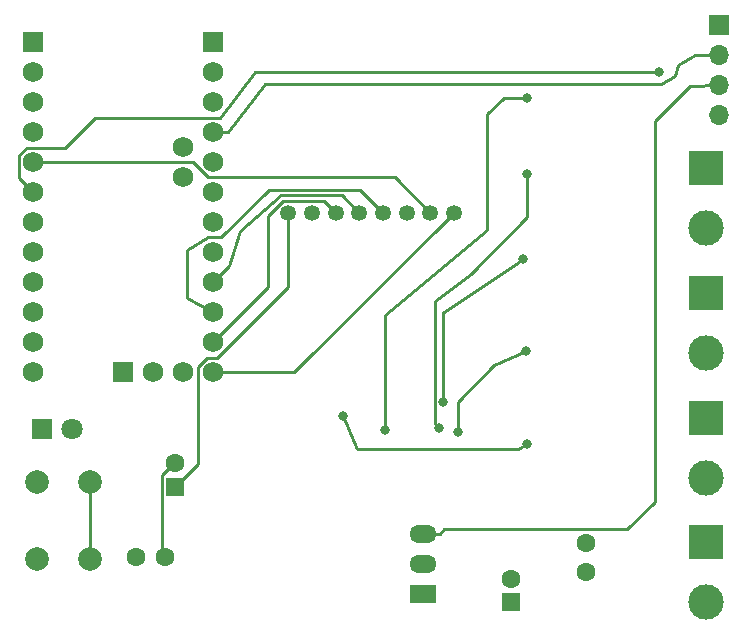
<source format=gbr>
G04 #@! TF.GenerationSoftware,KiCad,Pcbnew,(5.1.0-rc1-9-g8f320697a)*
G04 #@! TF.CreationDate,2019-02-20T21:31:05+01:00
G04 #@! TF.ProjectId,kicad,6b696361-642e-46b6-9963-61645f706362,rev?*
G04 #@! TF.SameCoordinates,Original*
G04 #@! TF.FileFunction,Copper,L2,Bot*
G04 #@! TF.FilePolarity,Positive*
%FSLAX46Y46*%
G04 Gerber Fmt 4.6, Leading zero omitted, Abs format (unit mm)*
G04 Created by KiCad (PCBNEW (5.1.0-rc1-9-g8f320697a)) date 2019-02-20 21:31:05*
%MOMM*%
%LPD*%
G04 APERTURE LIST*
%ADD10C,1.727200*%
%ADD11R,1.727200X1.727200*%
%ADD12C,1.350000*%
%ADD13R,1.600000X1.600000*%
%ADD14C,1.600000*%
%ADD15R,1.800000X1.800000*%
%ADD16C,1.800000*%
%ADD17R,3.000000X3.000000*%
%ADD18C,3.000000*%
%ADD19C,2.000000*%
%ADD20R,2.300000X1.500000*%
%ADD21O,2.300000X1.500000*%
%ADD22R,1.700000X1.700000*%
%ADD23O,1.700000X1.700000*%
%ADD24C,0.800000*%
%ADD25C,0.250000*%
G04 APERTURE END LIST*
D10*
X174209000Y-78321500D03*
X171669000Y-78321500D03*
X169129000Y-78321500D03*
D11*
X166589000Y-78321500D03*
D10*
X174209000Y-75781500D03*
X174209000Y-70701500D03*
X174209000Y-73241500D03*
X174209000Y-63081500D03*
X174209000Y-60541500D03*
X174209000Y-65621500D03*
X174209000Y-68161500D03*
X174209000Y-58001500D03*
X174209000Y-55461500D03*
D11*
X174209000Y-50381500D03*
D10*
X174209000Y-52921500D03*
X158969000Y-52921500D03*
D11*
X158969000Y-50381500D03*
D10*
X158969000Y-55461500D03*
X158969000Y-58001500D03*
X158969000Y-68161500D03*
X158969000Y-65621500D03*
X158969000Y-60541500D03*
X158969000Y-63081500D03*
X158969000Y-73241500D03*
X158969000Y-70701500D03*
X158969000Y-75781500D03*
X158969000Y-78321500D03*
X171669000Y-59271500D03*
X171669000Y-61811500D03*
D12*
X194570000Y-64810000D03*
X180570000Y-64810000D03*
X182570000Y-64810000D03*
X184570000Y-64810000D03*
X186570000Y-64810000D03*
X188570000Y-64810000D03*
X190570000Y-64810000D03*
X192570000Y-64810000D03*
D13*
X199390000Y-97790000D03*
D14*
X199390000Y-95790000D03*
X205740000Y-95250000D03*
X205740000Y-92750000D03*
X170140000Y-94000000D03*
X167640000Y-94000000D03*
X171000000Y-86000000D03*
D13*
X171000000Y-88000000D03*
D15*
X159700000Y-83100000D03*
D16*
X162240000Y-83100000D03*
D17*
X215900000Y-92710000D03*
D18*
X215900000Y-97790000D03*
X215900000Y-66150000D03*
D17*
X215900000Y-61070000D03*
X215900000Y-71620000D03*
D18*
X215900000Y-76700000D03*
X215900000Y-87250000D03*
D17*
X215900000Y-82170000D03*
D19*
X163800000Y-94100000D03*
X159300000Y-94100000D03*
X163800000Y-87600000D03*
X159300000Y-87600000D03*
D20*
X192000000Y-97080000D03*
D21*
X192000000Y-94540000D03*
X192000000Y-92000000D03*
D22*
X216990000Y-48930000D03*
D23*
X216990000Y-51470000D03*
X216990000Y-54010000D03*
X216990000Y-56550000D03*
D24*
X211980000Y-52870000D03*
X200800000Y-84400000D03*
X185150000Y-82050000D03*
X194915800Y-83425000D03*
X200700000Y-76500000D03*
X188760000Y-83250000D03*
X200760000Y-55140000D03*
X193339800Y-83019300D03*
X200800000Y-61500000D03*
X200429000Y-68776200D03*
X193696300Y-80810400D03*
D25*
X171000000Y-86000000D02*
X170893000Y-86000000D01*
X170893000Y-86000000D02*
X169874600Y-87018400D01*
X169874600Y-87018400D02*
X169874600Y-93734600D01*
X169874600Y-93734600D02*
X170140000Y-94000000D01*
X163800000Y-94100000D02*
X163800000Y-87600000D01*
X158105401Y-62217901D02*
X158969000Y-63081500D01*
X157780399Y-61892899D02*
X158105401Y-62217901D01*
X157780399Y-59970971D02*
X157780399Y-61892899D01*
X177780000Y-52870000D02*
X174779529Y-56812899D01*
X164187101Y-56812899D02*
X161647101Y-59352899D01*
X161647101Y-59352899D02*
X158398471Y-59352899D01*
X158398471Y-59352899D02*
X157780399Y-59970971D01*
X174779529Y-56812899D02*
X164187101Y-56812899D01*
X211980000Y-52870000D02*
X177780000Y-52870000D01*
X192570000Y-64810000D02*
X189571500Y-61811500D01*
X189571500Y-61811500D02*
X173746400Y-61811500D01*
X173746400Y-61811500D02*
X172476400Y-60541500D01*
X172476400Y-60541500D02*
X158969000Y-60541500D01*
X172000000Y-72000000D02*
X174209000Y-73241500D01*
X172000000Y-68000000D02*
X172000000Y-72000000D01*
X173784500Y-66891500D02*
X172000000Y-68000000D01*
X174866400Y-66891500D02*
X173784500Y-66891500D01*
X178902000Y-62855900D02*
X174866400Y-66891500D01*
X186615900Y-62855900D02*
X178902000Y-62855900D01*
X188570000Y-64810000D02*
X186615900Y-62855900D01*
X185077200Y-63317200D02*
X186570000Y-64810000D01*
X179969700Y-63317200D02*
X185077200Y-63317200D01*
X176450000Y-66400000D02*
X179969700Y-63317200D01*
X175560000Y-69350500D02*
X176450000Y-66400000D01*
X174209000Y-70701500D02*
X175560000Y-69350500D01*
X184570000Y-64810000D02*
X183545300Y-63785300D01*
X183545300Y-63785300D02*
X180148400Y-63785300D01*
X180148400Y-63785300D02*
X178875900Y-65057800D01*
X178875900Y-65057800D02*
X178875900Y-71114600D01*
X178875900Y-71114600D02*
X174209000Y-75781500D01*
X194570000Y-64810000D02*
X181058500Y-78321500D01*
X181058500Y-78321500D02*
X174209000Y-78321500D01*
X180570000Y-64810000D02*
X180570000Y-71121800D01*
X180570000Y-71121800D02*
X174559300Y-77132500D01*
X174559300Y-77132500D02*
X173694700Y-77132500D01*
X173694700Y-77132500D02*
X172939100Y-77888100D01*
X172939100Y-77888100D02*
X172939100Y-86060900D01*
X172939100Y-86060900D02*
X171000000Y-88000000D01*
X213560000Y-52320000D02*
X213560000Y-52320000D01*
X178600000Y-53910000D02*
X175430314Y-58001500D01*
X212090000Y-53910000D02*
X178600000Y-53910000D01*
X213280000Y-53200000D02*
X212090000Y-53910000D01*
X175430314Y-58001500D02*
X174209000Y-58001500D01*
X213550000Y-52290000D02*
X213280000Y-53200000D01*
X215010000Y-51470000D02*
X216990000Y-51470000D01*
X213550000Y-52290000D02*
X215010000Y-51470000D01*
X200010000Y-84840000D02*
X200800000Y-84400000D01*
X190951300Y-84848700D02*
X200010000Y-84840000D01*
X186362500Y-84848700D02*
X190951300Y-84848700D01*
X185150000Y-82050000D02*
X186362500Y-84848700D01*
X200700000Y-76500000D02*
X197990400Y-77743000D01*
X197990400Y-77743000D02*
X194915800Y-80817600D01*
X194915800Y-80817600D02*
X194915800Y-83425000D01*
X188750000Y-73450000D02*
X188760000Y-83250000D01*
X197400000Y-66300000D02*
X188750000Y-73450000D01*
X197370000Y-56480000D02*
X197400000Y-66300000D01*
X200760000Y-55140000D02*
X198820000Y-55140000D01*
X198820000Y-55140000D02*
X197370000Y-56480000D01*
X196000000Y-70000000D02*
X200800000Y-65200000D01*
X200800000Y-65200000D02*
X200800000Y-61500000D01*
X192970900Y-82650400D02*
X193339800Y-83019300D01*
X192970900Y-72329100D02*
X192970900Y-82650400D01*
X196030000Y-69990000D02*
X192970900Y-72329100D01*
X193700000Y-73190000D02*
X200129000Y-68966200D01*
X193696300Y-80810400D02*
X193696300Y-73196300D01*
X214590000Y-54080000D02*
X214590000Y-54080000D01*
X216990000Y-54010000D02*
X214590000Y-54080000D01*
X193400000Y-92000000D02*
X192000000Y-92000000D01*
X193775001Y-91624999D02*
X193400000Y-92000000D01*
X211600000Y-57070000D02*
X211600000Y-89280000D01*
X209255001Y-91624999D02*
X193775001Y-91624999D01*
X211600000Y-89280000D02*
X209255001Y-91624999D01*
X214590000Y-54080000D02*
X211600000Y-57070000D01*
M02*

</source>
